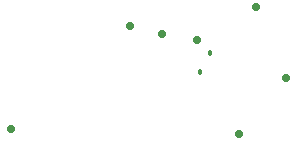
<source format=gbr>
%TF.GenerationSoftware,Altium Limited,Altium Designer,25.8.1 (18)*%
G04 Layer_Color=0*
%FSLAX45Y45*%
%MOMM*%
%TF.SameCoordinates,59470FF0-CD15-45DD-BB61-DC51C1D221A1*%
%TF.FilePolarity,Positive*%
%TF.FileFunction,Plated,1,2,PTH,Drill*%
%TF.Part,Single*%
G01*
G75*
%TA.AperFunction,ViaDrill,NotFilled*%
%ADD59C,0.71120*%
%ADD60C,0.45720*%
D59*
X3475000Y900000D02*
D03*
X3625000Y1975000D02*
D03*
X2825000Y1750000D02*
D03*
X2558942Y1816058D02*
D03*
X1550000Y950000D02*
D03*
X3125000Y1700000D02*
D03*
X3875000Y1375000D02*
D03*
D60*
X3232062Y1589407D02*
D03*
X3150000Y1425000D02*
D03*
%TF.MD5,e8efcb65f945372c80e78dea585db65b*%
M02*

</source>
